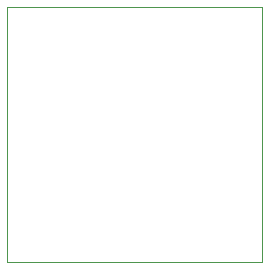
<source format=gbr>
G04 #@! TF.FileFunction,Profile,NP*
%FSLAX46Y46*%
G04 Gerber Fmt 4.6, Leading zero omitted, Abs format (unit mm)*
G04 Created by KiCad (PCBNEW 4.0.0-rc1-stable) date 9/23/2015 9:03:36 PM*
%MOMM*%
G01*
G04 APERTURE LIST*
%ADD10C,0.100000*%
G04 APERTURE END LIST*
D10*
X163195000Y-93980000D02*
X141605000Y-93980000D01*
X163195000Y-115570000D02*
X163195000Y-93980000D01*
X141605000Y-115570000D02*
X163195000Y-115570000D01*
X141605000Y-93980000D02*
X141605000Y-115570000D01*
M02*

</source>
